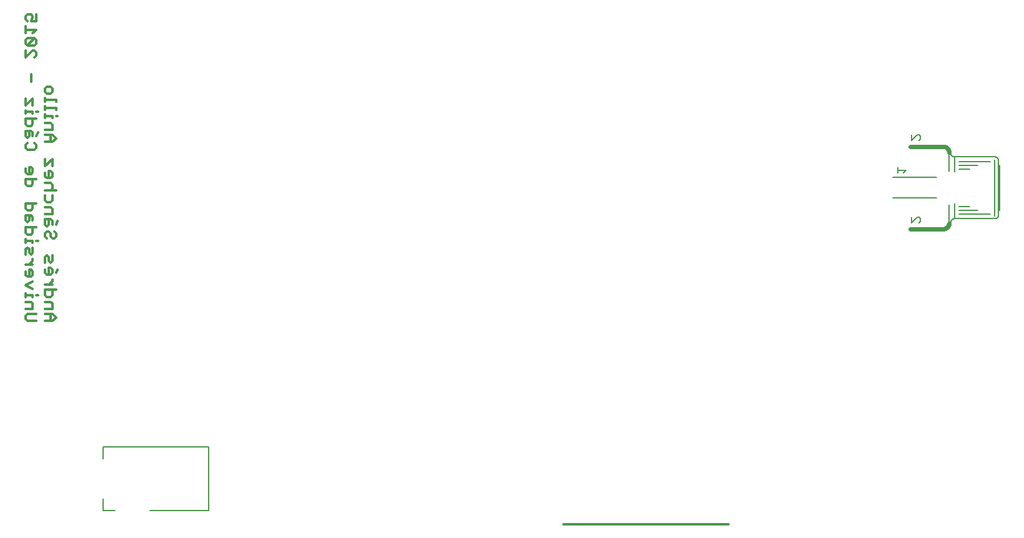
<source format=gbo>
G75*
%MOIN*%
%OFA0B0*%
%FSLAX25Y25*%
%IPPOS*%
%LPD*%
%AMOC8*
5,1,8,0,0,1.08239X$1,22.5*
%
%ADD10C,0.01200*%
%ADD11C,0.01300*%
%ADD12C,0.00600*%
%ADD13C,0.02400*%
%ADD14C,0.00500*%
%ADD15C,0.00800*%
D10*
X0492265Y0116488D02*
X0580265Y0116488D01*
D11*
X0221447Y0226859D02*
X0219546Y0228760D01*
X0215743Y0228760D01*
X0215743Y0231403D02*
X0219546Y0231403D01*
X0219546Y0234255D01*
X0218595Y0235206D01*
X0215743Y0235206D01*
X0216693Y0237848D02*
X0215743Y0238799D01*
X0215743Y0241651D01*
X0221447Y0241651D01*
X0219546Y0241651D02*
X0219546Y0238799D01*
X0218595Y0237848D01*
X0216693Y0237848D01*
X0211898Y0238799D02*
X0210947Y0238799D01*
X0209046Y0238799D02*
X0205243Y0238799D01*
X0205243Y0237848D02*
X0205243Y0239750D01*
X0209046Y0238799D02*
X0209046Y0237848D01*
X0208095Y0235206D02*
X0209046Y0234255D01*
X0209046Y0231403D01*
X0205243Y0231403D01*
X0206193Y0228760D02*
X0210947Y0228760D01*
X0210947Y0224957D02*
X0206193Y0224957D01*
X0205243Y0225908D01*
X0205243Y0227810D01*
X0206193Y0228760D01*
X0205243Y0235206D02*
X0208095Y0235206D01*
X0209046Y0242145D02*
X0205243Y0244047D01*
X0209046Y0245948D01*
X0208095Y0248591D02*
X0209046Y0249541D01*
X0209046Y0251443D01*
X0208095Y0252394D01*
X0207144Y0252394D01*
X0207144Y0248591D01*
X0206193Y0248591D02*
X0208095Y0248591D01*
X0206193Y0248591D02*
X0205243Y0249541D01*
X0205243Y0251443D01*
X0205243Y0255036D02*
X0209046Y0255036D01*
X0209046Y0256938D02*
X0209046Y0257889D01*
X0209046Y0256938D02*
X0207144Y0255036D01*
X0208095Y0260407D02*
X0209046Y0261358D01*
X0209046Y0264211D01*
X0207144Y0263260D02*
X0207144Y0261358D01*
X0208095Y0260407D01*
X0205243Y0260407D02*
X0205243Y0263260D01*
X0206193Y0264211D01*
X0207144Y0263260D01*
X0205243Y0266853D02*
X0205243Y0268754D01*
X0205243Y0267804D02*
X0209046Y0267804D01*
X0209046Y0266853D01*
X0210947Y0267804D02*
X0211898Y0267804D01*
X0215743Y0269952D02*
X0216693Y0269001D01*
X0215743Y0269952D02*
X0215743Y0271854D01*
X0216693Y0272805D01*
X0217644Y0272805D01*
X0218595Y0271854D01*
X0218595Y0269952D01*
X0219546Y0269001D01*
X0220497Y0269001D01*
X0221447Y0269952D01*
X0221447Y0271854D01*
X0220497Y0272805D01*
X0221447Y0276398D02*
X0222398Y0278299D01*
X0219546Y0278299D02*
X0218595Y0279250D01*
X0215743Y0279250D01*
X0215743Y0276398D01*
X0216693Y0275447D01*
X0217644Y0276398D01*
X0217644Y0279250D01*
X0219546Y0278299D02*
X0219546Y0276398D01*
X0219546Y0281892D02*
X0219546Y0284745D01*
X0218595Y0285696D01*
X0215743Y0285696D01*
X0216693Y0288338D02*
X0215743Y0289289D01*
X0215743Y0292141D01*
X0215743Y0294783D02*
X0221447Y0294783D01*
X0219546Y0295734D02*
X0219546Y0297636D01*
X0218595Y0298587D01*
X0215743Y0298587D01*
X0216693Y0301229D02*
X0215743Y0302180D01*
X0215743Y0304081D01*
X0217644Y0305032D02*
X0217644Y0301229D01*
X0216693Y0301229D02*
X0218595Y0301229D01*
X0219546Y0302180D01*
X0219546Y0304081D01*
X0218595Y0305032D01*
X0217644Y0305032D01*
X0215743Y0307674D02*
X0215743Y0311478D01*
X0219546Y0311478D02*
X0215743Y0307674D01*
X0219546Y0307674D02*
X0219546Y0311478D01*
X0210947Y0317219D02*
X0209997Y0316268D01*
X0206193Y0316268D01*
X0205243Y0317219D01*
X0205243Y0319121D01*
X0206193Y0320072D01*
X0206193Y0322714D02*
X0207144Y0323665D01*
X0207144Y0326517D01*
X0208095Y0326517D02*
X0205243Y0326517D01*
X0205243Y0323665D01*
X0206193Y0322714D01*
X0209046Y0323665D02*
X0209046Y0325566D01*
X0208095Y0326517D01*
X0208095Y0329159D02*
X0209046Y0330110D01*
X0209046Y0332963D01*
X0210947Y0332963D02*
X0205243Y0332963D01*
X0205243Y0330110D01*
X0206193Y0329159D01*
X0208095Y0329159D01*
X0211898Y0325566D02*
X0210947Y0323665D01*
X0209997Y0320072D02*
X0210947Y0319121D01*
X0210947Y0317219D01*
X0215743Y0320565D02*
X0219546Y0320565D01*
X0221447Y0322467D01*
X0219546Y0324369D01*
X0215743Y0324369D01*
X0215743Y0327011D02*
X0219546Y0327011D01*
X0219546Y0329863D01*
X0218595Y0330814D01*
X0215743Y0330814D01*
X0215743Y0333456D02*
X0215743Y0335358D01*
X0215743Y0334407D02*
X0219546Y0334407D01*
X0219546Y0333456D01*
X0221447Y0334407D02*
X0222398Y0334407D01*
X0221447Y0337753D02*
X0221447Y0338704D01*
X0215743Y0338704D01*
X0215743Y0337753D02*
X0215743Y0339655D01*
X0215743Y0342050D02*
X0215743Y0343952D01*
X0215743Y0343001D02*
X0221447Y0343001D01*
X0221447Y0342050D01*
X0218595Y0346347D02*
X0216693Y0346347D01*
X0215743Y0347298D01*
X0215743Y0349200D01*
X0216693Y0350151D01*
X0218595Y0350151D01*
X0219546Y0349200D01*
X0219546Y0347298D01*
X0218595Y0346347D01*
X0209046Y0343705D02*
X0209046Y0339902D01*
X0209046Y0336556D02*
X0205243Y0336556D01*
X0205243Y0337506D02*
X0205243Y0335605D01*
X0209046Y0335605D02*
X0209046Y0336556D01*
X0210947Y0336556D02*
X0211898Y0336556D01*
X0205243Y0339902D02*
X0205243Y0343705D01*
X0209046Y0343705D02*
X0205243Y0339902D01*
X0208095Y0352793D02*
X0208095Y0356596D01*
X0209997Y0365684D02*
X0210947Y0366635D01*
X0210947Y0368536D01*
X0209997Y0369487D01*
X0209046Y0369487D01*
X0205243Y0365684D01*
X0205243Y0369487D01*
X0206193Y0372129D02*
X0209997Y0375933D01*
X0206193Y0375933D01*
X0205243Y0374982D01*
X0205243Y0373080D01*
X0206193Y0372129D01*
X0209997Y0372129D01*
X0210947Y0373080D01*
X0210947Y0374982D01*
X0209997Y0375933D01*
X0209046Y0378575D02*
X0210947Y0380476D01*
X0205243Y0380476D01*
X0205243Y0378575D02*
X0205243Y0382378D01*
X0206193Y0385020D02*
X0205243Y0385971D01*
X0205243Y0387873D01*
X0206193Y0388824D01*
X0208095Y0388824D01*
X0209046Y0387873D01*
X0209046Y0386922D01*
X0208095Y0385020D01*
X0210947Y0385020D01*
X0210947Y0388824D01*
X0218595Y0324369D02*
X0218595Y0320565D01*
X0208095Y0307181D02*
X0207144Y0307181D01*
X0207144Y0303377D01*
X0206193Y0303377D02*
X0208095Y0303377D01*
X0209046Y0304328D01*
X0209046Y0306230D01*
X0208095Y0307181D01*
X0205243Y0306230D02*
X0205243Y0304328D01*
X0206193Y0303377D01*
X0205243Y0300735D02*
X0205243Y0297883D01*
X0206193Y0296932D01*
X0208095Y0296932D01*
X0209046Y0297883D01*
X0209046Y0300735D01*
X0210947Y0300735D02*
X0205243Y0300735D01*
X0218595Y0294783D02*
X0219546Y0295734D01*
X0219546Y0292141D02*
X0219546Y0289289D01*
X0218595Y0288338D01*
X0216693Y0288338D01*
X0210947Y0287844D02*
X0205243Y0287844D01*
X0205243Y0284992D01*
X0206193Y0284041D01*
X0208095Y0284041D01*
X0209046Y0284992D01*
X0209046Y0287844D01*
X0208095Y0281399D02*
X0205243Y0281399D01*
X0205243Y0278546D01*
X0206193Y0277595D01*
X0207144Y0278546D01*
X0207144Y0281399D01*
X0208095Y0281399D02*
X0209046Y0280448D01*
X0209046Y0278546D01*
X0209046Y0274953D02*
X0209046Y0272101D01*
X0208095Y0271150D01*
X0206193Y0271150D01*
X0205243Y0272101D01*
X0205243Y0274953D01*
X0210947Y0274953D01*
X0215743Y0281892D02*
X0219546Y0281892D01*
X0219546Y0259914D02*
X0219546Y0257061D01*
X0218595Y0256110D01*
X0217644Y0257061D01*
X0217644Y0258963D01*
X0216693Y0259914D01*
X0215743Y0258963D01*
X0215743Y0256110D01*
X0217644Y0253468D02*
X0217644Y0249665D01*
X0216693Y0249665D02*
X0218595Y0249665D01*
X0219546Y0250616D01*
X0219546Y0252517D01*
X0218595Y0253468D01*
X0217644Y0253468D01*
X0215743Y0252517D02*
X0215743Y0250616D01*
X0216693Y0249665D01*
X0219546Y0247146D02*
X0219546Y0246195D01*
X0217644Y0244294D01*
X0215743Y0244294D02*
X0219546Y0244294D01*
X0221447Y0250616D02*
X0222398Y0252517D01*
X0218595Y0228760D02*
X0218595Y0224957D01*
X0219546Y0224957D02*
X0221447Y0226859D01*
X0219546Y0224957D02*
X0215743Y0224957D01*
D12*
X0667821Y0290657D02*
X0691321Y0290657D01*
X0697821Y0287157D02*
X0697821Y0277157D01*
X0698821Y0277657D02*
X0698823Y0277744D01*
X0698829Y0277831D01*
X0698838Y0277918D01*
X0698851Y0278004D01*
X0698868Y0278090D01*
X0698889Y0278175D01*
X0698914Y0278258D01*
X0698942Y0278341D01*
X0698973Y0278422D01*
X0699008Y0278502D01*
X0699047Y0278580D01*
X0699089Y0278657D01*
X0699134Y0278732D01*
X0699183Y0278804D01*
X0699234Y0278875D01*
X0699289Y0278943D01*
X0699346Y0279008D01*
X0699407Y0279071D01*
X0699470Y0279132D01*
X0699535Y0279189D01*
X0699603Y0279244D01*
X0699674Y0279295D01*
X0699746Y0279344D01*
X0699821Y0279389D01*
X0699898Y0279431D01*
X0699976Y0279470D01*
X0700056Y0279505D01*
X0700137Y0279536D01*
X0700220Y0279564D01*
X0700303Y0279589D01*
X0700388Y0279610D01*
X0700474Y0279627D01*
X0700560Y0279640D01*
X0700647Y0279649D01*
X0700734Y0279655D01*
X0700821Y0279657D01*
X0700821Y0287657D01*
X0703321Y0286157D02*
X0708821Y0286157D01*
X0713321Y0284157D02*
X0703321Y0284157D01*
X0703321Y0282157D02*
X0719821Y0282157D01*
X0722321Y0279657D02*
X0722408Y0279659D01*
X0722495Y0279665D01*
X0722582Y0279674D01*
X0722668Y0279687D01*
X0722754Y0279704D01*
X0722839Y0279725D01*
X0722922Y0279750D01*
X0723005Y0279778D01*
X0723086Y0279809D01*
X0723166Y0279844D01*
X0723244Y0279883D01*
X0723321Y0279925D01*
X0723396Y0279970D01*
X0723468Y0280019D01*
X0723539Y0280070D01*
X0723607Y0280125D01*
X0723672Y0280182D01*
X0723735Y0280243D01*
X0723796Y0280306D01*
X0723853Y0280371D01*
X0723908Y0280439D01*
X0723959Y0280510D01*
X0724008Y0280582D01*
X0724053Y0280657D01*
X0724095Y0280734D01*
X0724134Y0280812D01*
X0724169Y0280892D01*
X0724200Y0280973D01*
X0724228Y0281056D01*
X0724253Y0281139D01*
X0724274Y0281224D01*
X0724291Y0281310D01*
X0724304Y0281396D01*
X0724313Y0281483D01*
X0724319Y0281570D01*
X0724321Y0281657D01*
X0724321Y0284157D01*
X0724321Y0308157D01*
X0724321Y0310657D01*
X0724319Y0310744D01*
X0724313Y0310831D01*
X0724304Y0310918D01*
X0724291Y0311004D01*
X0724274Y0311090D01*
X0724253Y0311175D01*
X0724228Y0311258D01*
X0724200Y0311341D01*
X0724169Y0311422D01*
X0724134Y0311502D01*
X0724095Y0311580D01*
X0724053Y0311657D01*
X0724008Y0311732D01*
X0723959Y0311804D01*
X0723908Y0311875D01*
X0723853Y0311943D01*
X0723796Y0312008D01*
X0723735Y0312071D01*
X0723672Y0312132D01*
X0723607Y0312189D01*
X0723539Y0312244D01*
X0723468Y0312295D01*
X0723396Y0312344D01*
X0723321Y0312389D01*
X0723244Y0312431D01*
X0723166Y0312470D01*
X0723086Y0312505D01*
X0723005Y0312536D01*
X0722922Y0312564D01*
X0722839Y0312589D01*
X0722754Y0312610D01*
X0722668Y0312627D01*
X0722582Y0312640D01*
X0722495Y0312649D01*
X0722408Y0312655D01*
X0722321Y0312657D01*
X0700821Y0312657D01*
X0700821Y0304657D01*
X0703321Y0306157D02*
X0708821Y0306157D01*
X0713321Y0308157D02*
X0703321Y0308157D01*
X0703321Y0310157D02*
X0719821Y0310157D01*
X0722321Y0311157D02*
X0722321Y0281157D01*
X0722321Y0279657D02*
X0700821Y0279657D01*
X0724321Y0284157D02*
X0724821Y0284157D01*
X0724821Y0308157D01*
X0724321Y0308157D01*
X0700821Y0312657D02*
X0700734Y0312659D01*
X0700647Y0312665D01*
X0700560Y0312674D01*
X0700474Y0312687D01*
X0700388Y0312704D01*
X0700303Y0312725D01*
X0700220Y0312750D01*
X0700137Y0312778D01*
X0700056Y0312809D01*
X0699976Y0312844D01*
X0699898Y0312883D01*
X0699821Y0312925D01*
X0699746Y0312970D01*
X0699674Y0313019D01*
X0699603Y0313070D01*
X0699535Y0313125D01*
X0699470Y0313182D01*
X0699407Y0313243D01*
X0699346Y0313306D01*
X0699289Y0313371D01*
X0699234Y0313439D01*
X0699183Y0313510D01*
X0699134Y0313582D01*
X0699089Y0313657D01*
X0699047Y0313734D01*
X0699008Y0313812D01*
X0698973Y0313892D01*
X0698942Y0313973D01*
X0698914Y0314056D01*
X0698889Y0314139D01*
X0698868Y0314224D01*
X0698851Y0314310D01*
X0698838Y0314396D01*
X0698829Y0314483D01*
X0698823Y0314570D01*
X0698821Y0314657D01*
X0697821Y0315157D02*
X0697821Y0305157D01*
X0691321Y0301657D02*
X0667821Y0301657D01*
D13*
X0677321Y0318157D02*
X0694821Y0318157D01*
X0694928Y0318155D01*
X0695035Y0318149D01*
X0695142Y0318140D01*
X0695248Y0318126D01*
X0695354Y0318109D01*
X0695459Y0318088D01*
X0695563Y0318064D01*
X0695666Y0318035D01*
X0695768Y0318003D01*
X0695869Y0317968D01*
X0695969Y0317929D01*
X0696067Y0317886D01*
X0696164Y0317840D01*
X0696259Y0317790D01*
X0696352Y0317737D01*
X0696443Y0317681D01*
X0696532Y0317621D01*
X0696619Y0317559D01*
X0696703Y0317493D01*
X0696786Y0317424D01*
X0696865Y0317353D01*
X0696942Y0317278D01*
X0697017Y0317201D01*
X0697088Y0317122D01*
X0697157Y0317039D01*
X0697223Y0316955D01*
X0697285Y0316868D01*
X0697345Y0316779D01*
X0697401Y0316688D01*
X0697454Y0316595D01*
X0697504Y0316500D01*
X0697550Y0316403D01*
X0697593Y0316305D01*
X0697632Y0316205D01*
X0697667Y0316104D01*
X0697699Y0316002D01*
X0697728Y0315899D01*
X0697752Y0315795D01*
X0697773Y0315690D01*
X0697790Y0315584D01*
X0697804Y0315478D01*
X0697813Y0315371D01*
X0697819Y0315264D01*
X0697821Y0315157D01*
X0697821Y0277157D02*
X0697819Y0277050D01*
X0697813Y0276943D01*
X0697804Y0276836D01*
X0697790Y0276730D01*
X0697773Y0276624D01*
X0697752Y0276519D01*
X0697728Y0276415D01*
X0697699Y0276312D01*
X0697667Y0276210D01*
X0697632Y0276109D01*
X0697593Y0276009D01*
X0697550Y0275911D01*
X0697504Y0275814D01*
X0697454Y0275719D01*
X0697401Y0275626D01*
X0697345Y0275535D01*
X0697285Y0275446D01*
X0697223Y0275359D01*
X0697157Y0275275D01*
X0697088Y0275192D01*
X0697017Y0275113D01*
X0696942Y0275036D01*
X0696865Y0274961D01*
X0696786Y0274890D01*
X0696703Y0274821D01*
X0696619Y0274755D01*
X0696532Y0274693D01*
X0696443Y0274633D01*
X0696352Y0274577D01*
X0696259Y0274524D01*
X0696164Y0274474D01*
X0696067Y0274428D01*
X0695969Y0274385D01*
X0695869Y0274346D01*
X0695768Y0274311D01*
X0695666Y0274279D01*
X0695563Y0274250D01*
X0695459Y0274226D01*
X0695354Y0274205D01*
X0695248Y0274188D01*
X0695142Y0274174D01*
X0695035Y0274165D01*
X0694928Y0274159D01*
X0694821Y0274157D01*
X0677321Y0274157D01*
D14*
X0678071Y0277407D02*
X0681073Y0280410D01*
X0681824Y0280410D01*
X0682575Y0279659D01*
X0682575Y0278158D01*
X0681824Y0277407D01*
X0678071Y0277407D02*
X0678071Y0280410D01*
X0673573Y0303907D02*
X0675075Y0305409D01*
X0670571Y0305409D01*
X0670571Y0306910D02*
X0670571Y0303907D01*
X0678071Y0321407D02*
X0681073Y0324410D01*
X0681824Y0324410D01*
X0682575Y0323659D01*
X0682575Y0322158D01*
X0681824Y0321407D01*
X0678071Y0321407D02*
X0678071Y0324410D01*
D15*
X0252860Y0123728D02*
X0246561Y0123728D01*
X0246561Y0130027D01*
X0246561Y0151287D02*
X0246561Y0157586D01*
X0302860Y0157586D01*
X0302860Y0123728D01*
X0271561Y0123728D01*
M02*

</source>
